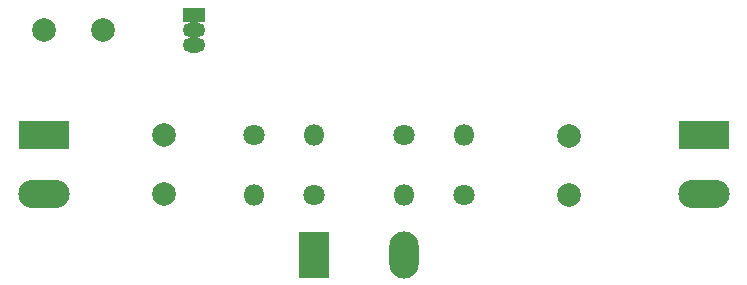
<source format=gbr>
G04 #@! TF.FileFunction,Soldermask,Top*
%FSLAX46Y46*%
G04 Gerber Fmt 4.6, Leading zero omitted, Abs format (unit mm)*
G04 Created by KiCad (PCBNEW 4.0.6) date 06/11/17 17:15:35*
%MOMM*%
%LPD*%
G01*
G04 APERTURE LIST*
%ADD10C,0.100000*%
%ADD11R,2.500000X4.000000*%
%ADD12O,2.500000X4.000000*%
%ADD13R,4.360000X2.380000*%
%ADD14O,4.360000X2.380000*%
%ADD15C,2.000000*%
%ADD16O,1.900000X1.300000*%
%ADD17R,1.900000X1.300000*%
%ADD18C,1.800000*%
%ADD19O,1.800000X1.800000*%
G04 APERTURE END LIST*
D10*
D11*
X83820000Y-63500000D03*
D12*
X91440000Y-63500000D03*
D13*
X116840000Y-53340000D03*
D14*
X116840000Y-58340000D03*
D15*
X60960000Y-44450000D03*
X65960000Y-44450000D03*
X71120000Y-53340000D03*
X71120000Y-58340000D03*
X105410000Y-53420000D03*
X105410000Y-58420000D03*
D13*
X60960000Y-53340000D03*
D14*
X60960000Y-58340000D03*
D16*
X73660000Y-44450000D03*
X73660000Y-45720000D03*
D17*
X73660000Y-43180000D03*
D18*
X83820000Y-58420000D03*
D19*
X83820000Y-53340000D03*
D18*
X91440000Y-53340000D03*
D19*
X91440000Y-58420000D03*
D18*
X96520000Y-58420000D03*
D19*
X96520000Y-53340000D03*
D18*
X78740000Y-53340000D03*
D19*
X78740000Y-58420000D03*
M02*

</source>
